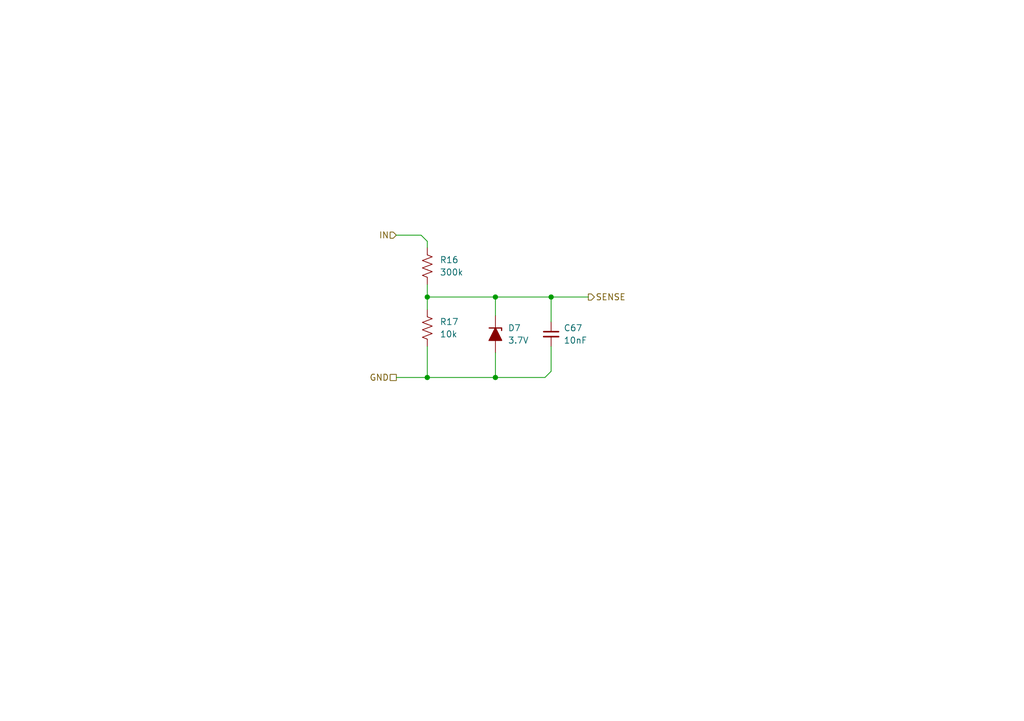
<source format=kicad_sch>
(kicad_sch (version 20231120) (generator "eeschema") (generator_version "8.0")
  (paper "A5")
  (title_block (date "2024-05-19") (rev "1") (company "Crab Labs") (comment 1 "Author: Orion Serup"))
  (lib_symbols
    (symbol "Device:C_Small" (pin_numbers hide) (pin_names (offset 0.254) hide)
      (property "Reference" "C" (at 0.254 1.778 0))
      (property "Value" "C_Small" (at 0.254 -2.032 0))
      (symbol "C_Small_0_1"
        (polyline (pts (xy -1.524 -0.508) (xy 1.524 -0.508)) (stroke (width 0.3302)))
        (polyline (pts (xy -1.524 0.508) (xy 1.524 0.508)) (stroke (width 0.3048)))
      )
      (symbol "C_Small_1_1"
        (pin passive line (at 0 2.54 270) (length 2.032) (name "~") (number "1"))
        (pin passive line (at 0 -2.54 90) (length 2.032) (name "~") (number "2"))
      )
    )
    (symbol "Device:D_Zener_Filled" (pin_numbers hide) (pin_names (offset 1.016) hide)
      (property "Reference" "D" (at 0 2.54 0))
      (property "Value" "D_Zener_Filled" (at 0 -2.54 0))
      (symbol "D_Zener_Filled_0_1"
        (polyline (pts (xy 1.27 0) (xy -1.27 0)))
        (polyline (pts (xy -1.27 -1.27) (xy -1.27 1.27) (xy -0.762 1.27)) (stroke (width 0.254)))
        (polyline (pts (xy 1.27 -1.27) (xy 1.27 1.27) (xy -1.27 0) (xy 1.27 -1.27)) (stroke (width 0.254)) (fill (type outline)))
      )
      (symbol "D_Zener_Filled_1_1"
        (pin passive line (at -3.81 0 0) (length 2.54) (name "K") (number "1"))
        (pin passive line (at 3.81 0 180) (length 2.54) (name "A") (number "2"))
      )
    )
    (symbol "Device:R_US" (pin_numbers hide) (pin_names (offset 0))
      (property "Reference" "R" (at 2.54 0 90))
      (property "Value" "R_US" (at -2.54 0 90))
      (symbol "R_US_0_1"
        (polyline (pts (xy 0 -2.286) (xy 0 -2.54)))
        (polyline (pts (xy 0 2.286) (xy 0 2.54)))
        (polyline (pts (xy 0 -0.762) (xy 1.016 -1.143) (xy 0 -1.524) (xy -1.016 -1.905) (xy 0 -2.286)))
        (polyline (pts (xy 0 0.762) (xy 1.016 0.381) (xy 0 0) (xy -1.016 -0.381) (xy 0 -0.762)))
        (polyline (pts (xy 0 2.286) (xy 1.016 1.905) (xy 0 1.524) (xy -1.016 1.143) (xy 0 0.762)))
      )
      (symbol "R_US_1_1"
        (pin passive line (at 0 3.81 270) (length 1.27) (name "~") (number "1"))
        (pin passive line (at 0 -3.81 90) (length 1.27) (name "~") (number "2"))
      )
    )
  )
  (junction (at 101.6 60.96))
  (junction (at 87.63 60.96))
  (junction (at 87.63 77.47))
  (junction (at 113.03 60.96))
  (junction (at 101.6 77.47))
  (wire (pts (xy 113.03 60.96) (xy 113.03 66.04)))
  (wire (pts (xy 113.03 76.2) (xy 111.76 77.47)))
  (wire (pts (xy 113.03 60.96) (xy 120.65 60.96)))
  (wire (pts (xy 81.28 77.47) (xy 87.63 77.47)))
  (wire (pts (xy 81.28 48.26) (xy 86.36 48.26)))
  (wire (pts (xy 87.63 58.42) (xy 87.63 60.96)))
  (wire (pts (xy 101.6 72.39) (xy 101.6 77.47)))
  (wire (pts (xy 87.63 71.12) (xy 87.63 77.47)))
  (wire (pts (xy 113.03 71.12) (xy 113.03 76.2)))
  (wire (pts (xy 87.63 49.53) (xy 87.63 50.8)))
  (wire (pts (xy 87.63 60.96) (xy 87.63 63.5)))
  (wire (pts (xy 101.6 60.96) (xy 113.03 60.96)))
  (wire (pts (xy 87.63 60.96) (xy 101.6 60.96)))
  (wire (pts (xy 87.63 77.47) (xy 101.6 77.47)))
  (wire (pts (xy 101.6 60.96) (xy 101.6 64.77)))
  (wire (pts (xy 86.36 48.26) (xy 87.63 49.53)))
  (wire (pts (xy 101.6 77.47) (xy 111.76 77.47)))
  (hierarchical_label "SENSE" (shape output) (at 120.65 60.96 0))
  (hierarchical_label "GND" (shape passive) (at 81.28 77.47 180))
  (hierarchical_label "IN" (shape input) (at 81.28 48.26 180))
  (symbol (lib_id "Device:D_Zener_Filled") (at 101.6 68.58 270) (unit 1)
    (property "Reference" "D7" (at 104.14 67.3099 90) (effects (justify left)))
    (property "Value" "3.7V" (at 104.14 69.8499 90) (effects (justify left)))
    (property "Footprint" "Diode_SMD:D_0603_1608Metric" (effects (hide yes)))
    (property "Description" "Zener diode, filled shape" (effects (hide yes)))
    (instances (project "OpenMD" (path "" (reference "D7") (unit 1)) (path "" (reference "D8") (unit 1)) (path "" (reference "D9") (unit 1))))
  )
  (symbol (lib_id "Device:C_Small") (at 113.03 68.58 0) (unit 1)
    (property "Reference" "C67" (at 115.57 67.3162 0) (effects (justify left)))
    (property "Value" "10nF" (at 115.57 69.8562 0) (effects (justify left)))
    (property "Footprint" "Capacitor_SMD:C_0603_1608Metric" (effects (hide yes)))
    (property "Description" "Unpolarized capacitor, small symbol" (effects (hide yes)))
    (instances (project "OpenMD" (path "" (reference "C67") (unit 1)) (path "" (reference "C68") (unit 1)) (path "" (reference "C69") (unit 1))))
  )
  (symbol (lib_id "Device:R_US") (at 87.63 67.31 0) (unit 1)
    (property "Reference" "R17" (at 90.17 66.0399 0) (effects (justify left)))
    (property "Value" "10k" (at 90.17 68.5799 0) (effects (justify left)))
    (property "Footprint" "Resistor_SMD:R_0603_1608Metric" (effects (hide yes)))
    (property "Description" "Resistor, US symbol" (effects (hide yes)))
    (instances (project "OpenMD" (path "" (reference "R17") (unit 1)) (path "" (reference "R19") (unit 1)) (path "" (reference "R21") (unit 1))))
  )
  (symbol (lib_id "Device:R_US") (at 87.63 54.61 0) (unit 1)
    (property "Reference" "R16" (at 90.17 53.3399 0) (effects (justify left)))
    (property "Value" "300k" (at 90.17 55.8799 0) (effects (justify left)))
    (property "Footprint" "Resistor_SMD:R_0603_1608Metric" (effects (hide yes)))
    (property "Description" "Resistor, US symbol" (effects (hide yes)))
    (instances (project "OpenMD" (path "" (reference "R16") (unit 1)) (path "" (reference "R18") (unit 1)) (path "" (reference "R20") (unit 1))))
  )
)
</source>
